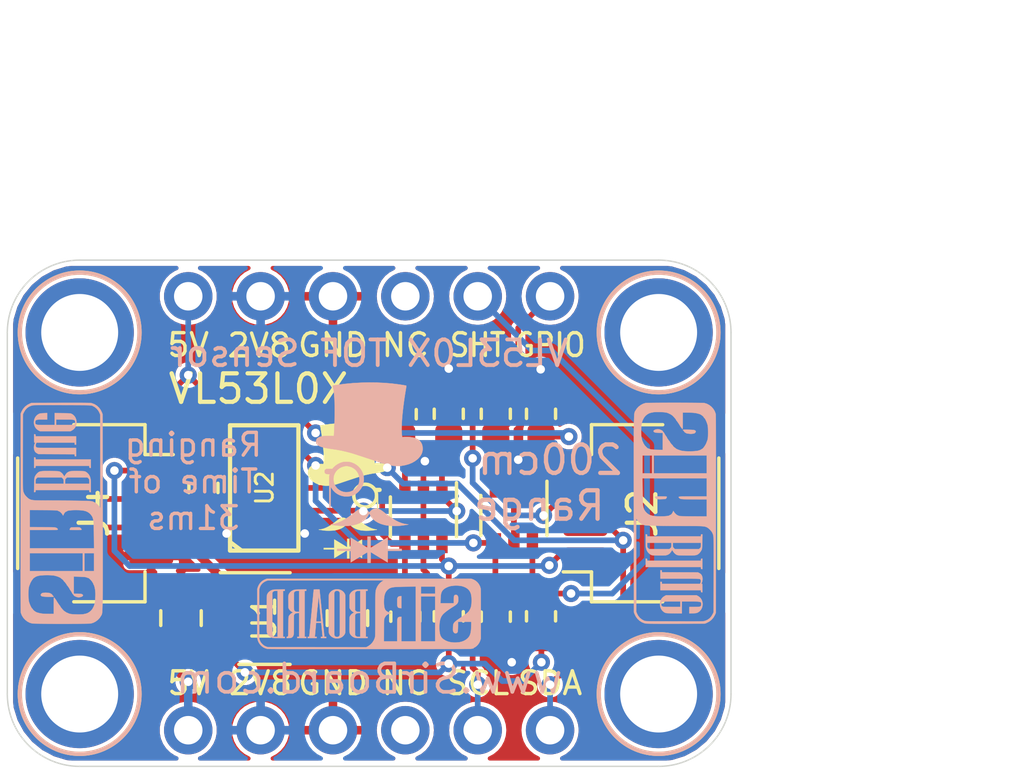
<source format=kicad_pcb>
(kicad_pcb (version 20171130) (host pcbnew "(5.1.2)-2")
  (title_block (title "VL53L0X Breakout with 5V Level Shift") (date 2020-03-12) (rev 1) (company SirBoard) (comment 1 "Up to 200cm (2m) measuring distance") (comment 2 "31ms Ranging time") (comment 3 "VL53L0X - SirBlue"))
  (layers (0 F.Cu signal) (31 B.Cu signal) (34 B.Paste user hide) (35 F.Paste user hide) (36 B.SilkS user) (37 F.SilkS user) (38 B.Mask user hide) (39 F.Mask user hide) (44 Edge.Cuts user))
  (net 0 "")
  (net 1 GND)
  (net 2 5V)
  (net 3 "Net-(U1-Pad4)")
  (net 4 SCL_5V)
  (net 5 SDA_5V)
  (net 6 NC)
  (net 7 2V8)
  (net 8 GPIO_2V8)
  (net 9 XSHUT_2V8)
  (net 10 "Net-(J3-Pad4)")
  (net 11 XSHUT_5V)
  (net 12 GPIO_5V)
  (net 13 SDA_2V8)
  (net 14 SCL_2V8)
  (net 15 "Net-(U2-Pad8)")
  (net 16 "Net-(C4-Pad1)")
  (module SirBoardLibrary:LGA-12-2.4X4.4 (layer F.Cu) (at 61.5949 35.0774 270)
    (fp_text reference U2 (at 0 -0.0128 90) (layer F.SilkS) (effects (font (size 0.6 0.6) (thickness 0.1))))
    (fp_text value VL53L0X)
    (pad 1 smd rect (at 1.89 0.675 270) (size 0.08 0.25) (layers F.Cu F.Paste F.Mask) (net 7 2V8))
    (pad 12 smd rect (at 1.6 0 270) (size 0.5 0.5) (layers F.Cu F.Paste F.Mask) (net 1 GND))
    (pad 11 smd rect (at 1.6 -0.8 270) (size 0.5 0.5) (layers F.Cu F.Paste F.Mask) (net 7 2V8))
    (pad 10 smd rect (at 0.8 -0.8 270) (size 0.5 0.5) (layers F.Cu F.Paste F.Mask) (net 14 SCL_2V8))
    (pad 9 smd rect (at 0 -0.8 270) (size 0.5 0.5) (layers F.Cu F.Paste F.Mask) (net 13 SDA_2V8))
    (pad 8 smd rect (at -0.8 -0.8 270) (size 0.5 0.5) (layers F.Cu F.Paste F.Mask) (net 15 "Net-(U2-Pad8)"))
    (pad 7 smd rect (at -1.6 -0.8 270) (size 0.5 0.5) (layers F.Cu F.Paste F.Mask) (net 8 GPIO_2V8))
    (pad 6 smd rect (at -1.6 0 270) (size 0.5 0.5) (layers F.Cu F.Paste F.Mask) (net 1 GND))
    (pad 5 smd rect (at -1.6 0.8 270) (size 0.5 0.5) (layers F.Cu F.Paste F.Mask) (net 9 XSHUT_2V8))
    (pad 4 smd rect (at -0.8 0.8 270) (size 0.5 0.5) (layers F.Cu F.Paste F.Mask) (net 1 GND))
    (pad 3 smd rect (at 0 0.8 270) (size 0.5 0.5) (layers F.Cu F.Paste F.Mask) (net 1 GND))
    (pad 2 smd rect (at 0.8 0.8 270) (size 0.5 0.5) (layers F.Cu F.Paste F.Mask) (net 1 GND))
    (pad 1 smd rect (at 1.6 0.8 270) (size 0.5 0.5) (layers F.Cu F.Paste F.Mask) (net 7 2V8))
  )
  (module logo:logo47x67 (layer F.Cu) (at 64.5414 35.179)
    (fp_text reference G*** hide)
    (fp_text value LOGO hide)
  )
  (module Package_TO_SOT_SMD:SOT-23-5 (layer F.Cu) (at 61.6028 39.6646)
    (fp_text reference U1 (at -0.0073 0.0035 90) (layer F.SilkS) (effects (font (size 0.8 0.8) (thickness 0.12))))
    (fp_text value AP2127K-2.8)
    (pad 5 smd rect (at 1.1 -0.95) (size 1.06 0.65) (layers F.Cu F.Paste F.Mask) (net 16 "Net-(C4-Pad1)"))
    (pad 4 smd rect (at 1.1 0.95) (size 1.06 0.65) (layers F.Cu F.Paste F.Mask) (net 3 "Net-(U1-Pad4)"))
    (pad 3 smd rect (at -1.1 0.95) (size 1.06 0.65) (layers F.Cu F.Paste F.Mask) (net 2 5V))
    (pad 2 smd rect (at -1.1 0) (size 1.06 0.65) (layers F.Cu F.Paste F.Mask) (net 1 GND))
    (pad 1 smd rect (at -1.1 -0.95) (size 1.06 0.65) (layers F.Cu F.Paste F.Mask) (net 2 5V))
  )
  (module Capacitor_SMD:C_0603_1608Metric (layer F.Cu) (at 59.4614 35.0774 90)
    (fp_text reference C2 hide)
    (fp_text value 100nF)
    (pad 2 smd roundrect (at 0.7875 0 90) (size 0.875 0.95) (layers F.Cu F.Paste F.Mask) (net 1 GND))
    (pad 1 smd roundrect (at -0.7875 0 90) (size 0.875 0.95) (layers F.Cu F.Paste F.Mask) (net 7 2V8))
  )
  (module Connector_PinHeader_2.54mm:PinHeader_1x06_P2.54mm_Vertical (layer B.Cu) (at 58.928 28.3464 270)
    (fp_text reference J3 hide)
    (fp_text value Conn_01x06)
    (pad 6 thru_hole oval (at 0 -12.7 270) (size 1.7 1.7) (drill 1) (layers *.Cu *.Mask) (net 12 GPIO_5V))
    (pad 5 thru_hole oval (at 0 -10.16 270) (size 1.7 1.7) (drill 1) (layers *.Cu *.Mask) (net 11 XSHUT_5V))
    (pad 4 thru_hole oval (at 0 -7.62 270) (size 1.7 1.7) (drill 1) (layers *.Cu *.Mask) (net 10 "Net-(J3-Pad4)"))
    (pad 3 thru_hole oval (at 0 -5.08 270) (size 1.7 1.7) (drill 1) (layers *.Cu *.Mask) (net 1 GND))
    (pad 2 thru_hole oval (at 0 -2.54 270) (size 1.7 1.7) (drill 1) (layers *.Cu *.Mask) (net 7 2V8))
    (pad 1 thru_hole circle (at 0 0 270) (size 1.7 1.7) (drill 1) (layers *.Cu *.Mask) (net 2 5V))
  )
  (module logo:SirBoard79x25 (layer B.Cu) (at 65.278 39.497 180)
    (fp_text reference G*** hide)
    (fp_text value LOGO hide)
  )
  (module logo:logo63x89 (layer B.Cu) (at 65.278 34.544 180)
    (fp_text reference G*** hide)
    (fp_text value LOGO hide)
  )
  (module logo:SirBlue78x29 (layer B.Cu) (at 76.0095 35.9664 270)
    (fp_text reference G*** hide)
    (fp_text value LOGO hide)
  )
  (module logo:SirBlue78x29 (layer B.Cu) (at 54.483 35.9664 90)
    (fp_text reference G*** hide)
    (fp_text value LOGO hide)
  )
  (module Connector_PinHeader_2.54mm:PinHeader_1x06_P2.54mm_Vertical (layer B.Cu) (at 58.928 43.5864 270)
    (fp_text reference J1 hide)
    (fp_text value Conn_01x06)
    (pad 6 thru_hole oval (at 0 -12.7 270) (size 1.7 1.7) (drill 1) (layers *.Cu *.Mask) (net 5 SDA_5V))
    (pad 5 thru_hole oval (at 0 -10.16 270) (size 1.7 1.7) (drill 1) (layers *.Cu *.Mask) (net 4 SCL_5V))
    (pad 4 thru_hole oval (at 0 -7.62 270) (size 1.7 1.7) (drill 1) (layers *.Cu *.Mask) (net 6 NC))
    (pad 3 thru_hole oval (at 0 -5.08 270) (size 1.7 1.7) (drill 1) (layers *.Cu *.Mask) (net 1 GND))
    (pad 2 thru_hole oval (at 0 -2.54 270) (size 1.7 1.7) (drill 1) (layers *.Cu *.Mask) (net 7 2V8))
    (pad 1 thru_hole circle (at 0 0 270) (size 1.7 1.7) (drill 1) (layers *.Cu *.Mask) (net 2 5V))
  )
  (module Connector_JST:JST_SH_SM04B-SRSS-TB_1x04-1MP_P1.00mm_Horizontal (layer F.Cu) (at 55.626 35.9664 270)
    (fp_text reference J4 (at 0 0 270) (layer F.SilkS))
    (fp_text value Conn_01x04)
    (pad MP smd roundrect (at 2.8 1.875 270) (size 1.2 1.8) (layers F.Cu F.Paste F.Mask) (roundrect_rratio 0.208333))
    (pad MP smd roundrect (at -2.8 1.875 270) (size 1.2 1.8) (layers F.Cu F.Paste F.Mask) (roundrect_rratio 0.208333))
    (pad 4 smd roundrect (at 1.5 -2 270) (size 0.6 1.55) (layers F.Cu F.Paste F.Mask) (net 1 GND))
    (pad 3 smd roundrect (at 0.5 -2 270) (size 0.6 1.55) (layers F.Cu F.Paste F.Mask) (net 2 5V))
    (pad 2 smd roundrect (at -0.5 -2 270) (size 0.6 1.55) (layers F.Cu F.Paste F.Mask) (net 5 SDA_5V))
    (pad 1 smd roundrect (at -1.5 -2 270) (size 0.6 1.55) (layers F.Cu F.Paste F.Mask) (net 4 SCL_5V))
  )
  (module Connector_JST:JST_SH_SM04B-SRSS-TB_1x04-1MP_P1.00mm_Horizontal (layer F.Cu) (at 74.8665 35.9664 90)
    (fp_text reference J2 (at 0 0 90) (layer F.SilkS))
    (fp_text value Conn_01x04)
    (pad MP smd roundrect (at 2.8 1.875 90) (size 1.2 1.8) (layers F.Cu F.Paste F.Mask) (roundrect_rratio 0.208333))
    (pad MP smd roundrect (at -2.8 1.875 90) (size 1.2 1.8) (layers F.Cu F.Paste F.Mask) (roundrect_rratio 0.208333))
    (pad 4 smd roundrect (at 1.5 -2 90) (size 0.6 1.55) (layers F.Cu F.Paste F.Mask) (net 1 GND))
    (pad 3 smd roundrect (at 0.5 -2 90) (size 0.6 1.55) (layers F.Cu F.Paste F.Mask) (net 2 5V))
    (pad 2 smd roundrect (at -0.5 -2 90) (size 0.6 1.55) (layers F.Cu F.Paste F.Mask) (net 5 SDA_5V))
    (pad 1 smd roundrect (at -1.5 -2 90) (size 0.6 1.55) (layers F.Cu F.Paste F.Mask) (net 4 SCL_5V))
  )
  (module Capacitor_SMD:C_0805_2012Metric (layer F.Cu) (at 64.516 39.6494 270)
    (fp_text reference C4 hide)
    (fp_text value 10uF)
    (pad 2 smd roundrect (at 0.9375 0 270) (size 0.975 1.4) (layers F.Cu F.Paste F.Mask) (net 1 GND))
    (pad 1 smd roundrect (at -0.9375 0 270) (size 0.975 1.4) (layers F.Cu F.Paste F.Mask) (net 16 "Net-(C4-Pad1)"))
  )
  (module Capacitor_SMD:C_0805_2012Metric (layer F.Cu) (at 58.674 39.6494 90)
    (fp_text reference C1 hide)
    (fp_text value 10uF)
    (pad 2 smd roundrect (at 0.9375 0 90) (size 0.975 1.4) (layers F.Cu F.Paste F.Mask) (net 1 GND))
    (pad 1 smd roundrect (at -0.9375 0 90) (size 0.975 1.4) (layers F.Cu F.Paste F.Mask) (net 2 5V))
  )
  (module SirBoardLibrary:MountingHole_M2.5_SirBoard (layer F.Cu) (at 55.118 42.3164 270)
    (fp_text reference H1 hide)
    (fp_text value MountingHole)
    (pad 1 thru_hole circle (at 0 0 270) (size 3.8 3.8) (drill 2.7) (layers *.Cu *.Mask))
  )
  (module SirBoardLibrary:MountingHole_M2.5_SirBoard (layer F.Cu) (at 55.118 29.6164 270)
    (fp_text reference H2 hide)
    (fp_text value MountingHole)
    (pad 1 thru_hole circle (at 0 0 270) (size 3.8 3.8) (drill 2.7) (layers *.Cu *.Mask))
  )
  (module SirBoardLibrary:MountingHole_M2.5_SirBoard (layer F.Cu) (at 75.438 42.3164 90)
    (fp_text reference H3 hide)
    (fp_text value MountingHole)
    (pad 1 thru_hole circle (at 0 0 90) (size 3.8 3.8) (drill 2.7) (layers *.Cu *.Mask))
  )
  (module SirBoardLibrary:MountingHole_M2.5_SirBoard (layer F.Cu) (at 75.438 29.6164 90)
    (fp_text reference H4 hide)
    (fp_text value MountingHole)
    (pad 1 thru_hole circle (at 0 0 90) (size 3.8 3.8) (drill 2.7) (layers *.Cu *.Mask))
  )
  (module Resistor_SMD:R_0603_1608Metric (layer F.Cu) (at 66.421 32.4866 270)
    (fp_text reference R8 hide)
    (fp_text value 10K)
    (pad 2 smd roundrect (at 0.7875 0 270) (size 0.875 0.95) (layers F.Cu F.Paste F.Mask) (net 5 SDA_5V))
    (pad 1 smd roundrect (at -0.7875 0 270) (size 0.875 0.95) (layers F.Cu F.Paste F.Mask) (net 2 5V))
  )
  (module Resistor_SMD:R_0603_1608Metric (layer F.Cu) (at 66.548 39.5986 270)
    (fp_text reference R7 hide)
    (fp_text value 10K)
    (pad 2 smd roundrect (at 0.7875 0 270) (size 0.875 0.95) (layers F.Cu F.Paste F.Mask) (net 7 2V8))
    (pad 1 smd roundrect (at -0.7875 0 270) (size 0.875 0.95) (layers F.Cu F.Paste F.Mask) (net 13 SDA_2V8))
  )
  (module Resistor_SMD:R_0603_1608Metric (layer F.Cu) (at 68.072 39.5859 90)
    (fp_text reference R6 hide)
    (fp_text value 10K)
    (pad 2 smd roundrect (at 0.7875 0 90) (size 0.875 0.95) (layers F.Cu F.Paste F.Mask) (net 4 SCL_5V))
    (pad 1 smd roundrect (at -0.7875 0 90) (size 0.875 0.95) (layers F.Cu F.Paste F.Mask) (net 2 5V))
  )
  (module Resistor_SMD:R_0603_1608Metric (layer F.Cu) (at 68.072 32.4739 90)
    (fp_text reference R5 hide)
    (fp_text value 10K)
    (pad 2 smd roundrect (at 0.7875 0 90) (size 0.875 0.95) (layers F.Cu F.Paste F.Mask) (net 7 2V8))
    (pad 1 smd roundrect (at -0.7875 0 90) (size 0.875 0.95) (layers F.Cu F.Paste F.Mask) (net 14 SCL_2V8))
  )
  (module Resistor_SMD:R_0603_1608Metric (layer F.Cu) (at 69.723 32.4739 270)
    (fp_text reference R4 hide)
    (fp_text value 10K)
    (pad 2 smd roundrect (at 0.7875 0 270) (size 0.875 0.95) (layers F.Cu F.Paste F.Mask) (net 12 GPIO_5V))
    (pad 1 smd roundrect (at -0.7875 0 270) (size 0.875 0.95) (layers F.Cu F.Paste F.Mask) (net 2 5V))
  )
  (module Resistor_SMD:R_0603_1608Metric (layer F.Cu) (at 69.723 39.5986 270)
    (fp_text reference R3 hide)
    (fp_text value 10K)
    (pad 2 smd roundrect (at 0.7875 0 270) (size 0.875 0.95) (layers F.Cu F.Paste F.Mask) (net 7 2V8))
    (pad 1 smd roundrect (at -0.7875 0 270) (size 0.875 0.95) (layers F.Cu F.Paste F.Mask) (net 8 GPIO_2V8))
  )
  (module Resistor_SMD:R_0603_1608Metric (layer F.Cu) (at 71.3105 39.5859 90)
    (fp_text reference R2 hide)
    (fp_text value 10K)
    (pad 2 smd roundrect (at 0.7875 0 90) (size 0.875 0.95) (layers F.Cu F.Paste F.Mask) (net 11 XSHUT_5V))
    (pad 1 smd roundrect (at -0.7875 0 90) (size 0.875 0.95) (layers F.Cu F.Paste F.Mask) (net 2 5V))
  )
  (module Resistor_SMD:R_0603_1608Metric (layer F.Cu) (at 71.3105 32.4739 90)
    (fp_text reference R1 hide)
    (fp_text value 10K)
    (pad 2 smd roundrect (at 0.7875 0 90) (size 0.875 0.95) (layers F.Cu F.Paste F.Mask) (net 7 2V8))
    (pad 1 smd roundrect (at -0.7875 0 90) (size 0.875 0.95) (layers F.Cu F.Paste F.Mask) (net 9 XSHUT_2V8))
  )
  (module Package_TO_SOT_SMD:SOT-363_SC-70-6 (layer F.Cu) (at 67.183 36.0934 270)
    (fp_text reference Q2 hide)
    (fp_text value BSS138DW)
    (pad 6 smd rect (at 0.95 -0.65 270) (size 0.65 0.4) (layers F.Cu F.Paste F.Mask) (net 4 SCL_5V))
    (pad 4 smd rect (at 0.95 0.65 270) (size 0.65 0.4) (layers F.Cu F.Paste F.Mask) (net 13 SDA_2V8))
    (pad 2 smd rect (at -0.95 0 270) (size 0.65 0.4) (layers F.Cu F.Paste F.Mask) (net 7 2V8))
    (pad 5 smd rect (at 0.95 0 270) (size 0.65 0.4) (layers F.Cu F.Paste F.Mask) (net 7 2V8))
    (pad 3 smd rect (at -0.95 0.65 270) (size 0.65 0.4) (layers F.Cu F.Paste F.Mask) (net 5 SDA_5V))
    (pad 1 smd rect (at -0.95 -0.65 270) (size 0.65 0.4) (layers F.Cu F.Paste F.Mask) (net 14 SCL_2V8))
  )
  (module Package_TO_SOT_SMD:SOT-363_SC-70-6 (layer F.Cu) (at 70.358 36.0426 270)
    (fp_text reference Q1 hide)
    (fp_text value BSS138DW)
    (pad 6 smd rect (at 0.95 -0.65 270) (size 0.65 0.4) (layers F.Cu F.Paste F.Mask) (net 11 XSHUT_5V))
    (pad 4 smd rect (at 0.95 0.65 270) (size 0.65 0.4) (layers F.Cu F.Paste F.Mask) (net 8 GPIO_2V8))
    (pad 2 smd rect (at -0.95 0 270) (size 0.65 0.4) (layers F.Cu F.Paste F.Mask) (net 7 2V8))
    (pad 5 smd rect (at 0.95 0 270) (size 0.65 0.4) (layers F.Cu F.Paste F.Mask) (net 7 2V8))
    (pad 3 smd rect (at -0.95 0.65 270) (size 0.65 0.4) (layers F.Cu F.Paste F.Mask) (net 12 GPIO_5V))
    (pad 1 smd rect (at -0.95 -0.65 270) (size 0.65 0.4) (layers F.Cu F.Paste F.Mask) (net 9 XSHUT_2V8))
  )
  (gr_text VL53L0X (at 61.3918 31.5976) (layer F.SilkS) (effects (font (size 1 1))))
  (gr_text SHT (at 69.088 30.0609) (layer F.SilkS) (effects (font (size 0.8 0.7) (thickness 0.12))))
  (gr_text "Ranging\nTime of\n31ms\n" (at 59.1058 34.8488) (layer B.SilkS) (effects (font (size 0.8 0.8) (thickness 0.12)) (justify mirror)))
  (gr_text "200cm \nRange" (at 71.247 34.8996) (layer B.SilkS) (effects (font (size 1 1)) (justify mirror)))
  (gr_text GPIO (at 71.628 30.0609) (layer F.SilkS) (effects (font (size 0.8 0.7) (thickness 0.12))))
  (gr_text 5V (at 58.928 30.0609) (layer F.SilkS) (effects (font (size 0.8 0.8) (thickness 0.12))))
  (gr_text 2V8 (at 61.4172 30.0736) (layer F.SilkS) (effects (font (size 0.8 0.8) (thickness 0.12))))
  (gr_text GND (at 64.008 30.0609) (layer F.SilkS) (effects (font (size 0.8 0.8) (thickness 0.12))))
  (gr_text NC (at 66.548 30.0609) (layer F.SilkS) (effects (font (size 0.8 0.8) (thickness 0.12))))
  (gr_text 5V (at 58.928 41.9354) (layer F.SilkS) (effects (font (size 0.8 0.8) (thickness 0.12))))
  (gr_text 2V8 (at 61.468 41.9354) (layer F.SilkS) (effects (font (size 0.8 0.8) (thickness 0.12))))
  (gr_text GND (at 64.008 41.9354) (layer F.SilkS) (effects (font (size 0.8 0.8) (thickness 0.12))))
  (gr_text NC (at 66.548 41.9354) (layer F.SilkS) (effects (font (size 0.8 0.8) (thickness 0.12))))
  (gr_text SCL (at 69.088 41.9354) (layer F.SilkS) (effects (font (size 0.8 0.8) (thickness 0.12))))
  (gr_text SDA (at 71.628 41.9354) (layer F.SilkS) (effects (font (size 0.8 0.8) (thickness 0.12))))
  (gr_arc (start 55.118 29.6164) (end 55.118 27.0764) (angle -90) (layer Edge.Cuts) (width 0.05))
  (gr_arc (start 75.438 29.6164) (end 77.978 29.6164) (angle -90) (layer Edge.Cuts) (width 0.05))
  (gr_arc (start 75.438 42.3164) (end 75.438 44.8564) (angle -90) (layer Edge.Cuts) (width 0.05))
  (gr_arc (start 55.118 42.3164) (end 52.578 42.3164) (angle -90) (layer Edge.Cuts) (width 0.05))
  (gr_line (start 52.578 42.3164) (end 52.578 29.6164) (layer Edge.Cuts) (width 0.05))
  (gr_line (start 55.118 27.0764) (end 75.438 27.0764) (layer Edge.Cuts) (width 0.05))
  (gr_line (start 77.978 29.6164) (end 77.978 42.3164) (layer Edge.Cuts) (width 0.05))
  (gr_line (start 75.438 44.8564) (end 55.118 44.8564) (layer Edge.Cuts) (width 0.05))
  (gr_text "VL53L0X TOF Sensor" (at 65.278 30.353) (layer B.SilkS) (effects (font (size 0.9 0.9) (thickness 0.135)) (justify mirror)))
  (gr_text www.SirBoard.com (at 65.278 41.783) (layer B.SilkS) (effects (font (size 1 1) (thickness 0.13)) (justify mirror)))
  (segment (start 58.674 40.5869) (end 58.674 41.6306) (width 0.3) (layer F.Cu) (net 2))
  (segment (start 58.928 41.8846) (end 58.928 41.8846) (width 0.3) (layer F.Cu) (net 2))
  (segment (start 58.674 41.6306) (end 58.928 41.8846) (width 0.3) (layer F.Cu) (net 2))
  (segment (start 58.928 41.8846) (end 58.928 43.5864) (width 0.3) (layer B.Cu) (net 2))
  (via (at 58.928 41.8846) (size 0.6) (drill 0.3) (layers F.Cu B.Cu) (net 2))
  (segment (start 60.4751 40.5869) (end 60.5028 40.6146) (width 0.3) (layer F.Cu) (net 2))
  (segment (start 58.674 40.5869) (end 60.4751 40.5869) (width 0.3) (layer F.Cu) (net 2))
  (segment (start 61.214 40.6146) (end 60.5028 40.6146) (width 0.3) (layer F.Cu) (net 2))
  (segment (start 61.595 40.2336) (end 61.214 40.6146) (width 0.3) (layer F.Cu) (net 2))
  (segment (start 61.595 39.1414) (end 61.595 40.2336) (width 0.3) (layer F.Cu) (net 2))
  (segment (start 60.5028 38.7146) (end 61.1682 38.7146) (width 0.3) (layer F.Cu) (net 2))
  (segment (start 61.1682 38.7146) (end 61.595 39.1414) (width 0.3) (layer F.Cu) (net 2))
  (segment (start 60.5028 38.6368) (end 60.5028 38.7146) (width 0.3) (layer F.Cu) (net 2))
  (segment (start 57.626 36.4664) (end 58.3324 36.4664) (width 0.3) (layer F.Cu) (net 2))
  (segment (start 58.3324 36.4664) (end 60.5028 38.6368) (width 0.3) (layer F.Cu) (net 2))
  (via (at 68.072 41.2496) (size 0.6) (drill 0.3) (layers F.Cu B.Cu) (net 2))
  (segment (start 68.072 40.3734) (end 68.072 41.2496) (width 0.2) (layer F.Cu) (net 2))
  (segment (start 68.072 41.2496) (end 69.342 41.2496) (width 0.2) (layer B.Cu) (net 2))
  (segment (start 69.342 41.2496) (end 69.9516 41.8592) (width 0.2) (layer B.Cu) (net 2))
  (via (at 71.3232 41.1988) (size 0.6) (drill 0.3) (layers F.Cu B.Cu) (net 2))
  (segment (start 69.9516 41.8592) (end 70.6628 41.8592) (width 0.2) (layer B.Cu) (net 2))
  (segment (start 70.6628 41.8592) (end 71.3232 41.1988) (width 0.2) (layer B.Cu) (net 2))
  (segment (start 71.3232 40.3861) (end 71.3105 40.3734) (width 0.2) (layer F.Cu) (net 2))
  (segment (start 71.3232 41.1988) (end 71.3232 40.3861) (width 0.2) (layer F.Cu) (net 2))
  (segment (start 60.5028 41.1396) (end 60.9176 41.5544) (width 0.2) (layer F.Cu) (net 2))
  (segment (start 60.5028 40.6146) (end 60.5028 41.1396) (width 0.2) (layer F.Cu) (net 2))
  (segment (start 67.7672 41.5544) (end 68.072 41.2496) (width 0.2) (layer B.Cu) (net 2))
  (segment (start 60.9176 41.5544) (end 67.7672 41.5544) (width 0.2) (layer B.Cu) (net 2))
  (segment (start 60.9176 41.5544) (end 60.9176 41.5544) (width 0.2) (layer F.Cu) (net 2))
  (via (at 60.9176 41.5544) (size 0.6) (drill 0.3) (layers F.Cu B.Cu) (net 2))
  (segment (start 69.7104 31.6864) (end 69.723 31.6864) (width 0.2) (layer F.Cu) (net 2))
  (segment (start 68.9102 32.4866) (end 69.7104 31.6864) (width 0.2) (layer F.Cu) (net 2))
  (segment (start 66.421 31.6991) (end 67.2085 32.4866) (width 0.2) (layer F.Cu) (net 2))
  (segment (start 67.2085 32.4866) (end 68.9102 32.4866) (width 0.2) (layer F.Cu) (net 2))
  (via (at 68.9102 34.036) (size 0.6) (drill 0.3) (layers F.Cu B.Cu) (net 2))
  (segment (start 68.9102 32.4866) (end 68.9102 34.036) (width 0.2) (layer F.Cu) (net 2))
  (via (at 71.3994 36.0426) (size 0.6) (drill 0.3) (layers F.Cu B.Cu) (net 2))
  (segment (start 71.9756 35.4664) (end 72.8665 35.4664) (width 0.2) (layer F.Cu) (net 2))
  (segment (start 71.3994 36.0426) (end 71.9756 35.4664) (width 0.2) (layer F.Cu) (net 2))
  (segment (start 70.0532 36.0426) (end 71.3994 36.0426) (width 0.2) (layer B.Cu) (net 2))
  (segment (start 68.9102 34.036) (end 68.9102 34.8996) (width 0.2) (layer B.Cu) (net 2))
  (segment (start 68.9102 34.8996) (end 70.0532 36.0426) (width 0.2) (layer B.Cu) (net 2))
  (segment (start 58.928 30.0482) (end 58.928 28.3464) (width 0.2) (layer B.Cu) (net 2))
  (segment (start 58.928 30.0482) (end 58.928 31.115) (width 0.2) (layer B.Cu) (net 2))
  (segment (start 58.928 31.115) (end 58.928 31.115) (width 0.2) (layer F.Cu) (net 2))
  (via (at 58.928 31.115) (size 0.6) (drill 0.3) (layers F.Cu B.Cu) (net 2))
  (segment (start 55.9482 36.4664) (end 57.626 36.4664) (width 0.2) (layer F.Cu) (net 2))
  (segment (start 55.245 35.7632) (end 55.9482 36.4664) (width 0.2) (layer F.Cu) (net 2))
  (segment (start 55.245 33.7312) (end 55.245 35.7632) (width 0.2) (layer F.Cu) (net 2))
  (segment (start 57.1754 31.8008) (end 55.245 33.7312) (width 0.2) (layer F.Cu) (net 2))
  (segment (start 58.928 31.115) (end 58.2422 31.8008) (width 0.2) (layer F.Cu) (net 2))
  (segment (start 58.2422 31.8008) (end 57.1754 31.8008) (width 0.2) (layer F.Cu) (net 2))
  (segment (start 66.3193 31.8008) (end 66.421 31.6991) (width 0.2) (layer F.Cu) (net 2))
  (segment (start 58.928 31.115) (end 59.6138 31.8008) (width 0.2) (layer F.Cu) (net 2))
  (segment (start 59.6138 31.8008) (end 66.3193 31.8008) (width 0.2) (layer F.Cu) (net 2))
  (segment (start 68.072 38.7984) (end 68.072 37.8206) (width 0.2) (layer F.Cu) (net 4))
  (segment (start 67.833 37.5816) (end 67.833 37.0434) (width 0.2) (layer F.Cu) (net 4))
  (segment (start 68.072 37.8206) (end 67.833 37.5816) (width 0.2) (layer F.Cu) (net 4))
  (segment (start 68.072 37.8206) (end 68.072 37.8206) (width 0.2) (layer F.Cu) (net 4))
  (via (at 68.072 37.8206) (size 0.6) (drill 0.3) (layers F.Cu B.Cu) (net 4))
  (segment (start 68.072 37.8206) (end 71.5772 37.8206) (width 0.2) (layer B.Cu) (net 4))
  (segment (start 71.5772 37.8206) (end 71.6026 37.7952) (width 0.2) (layer B.Cu) (net 4))
  (segment (start 71.902599 37.495201) (end 71.6026 37.7952) (width 0.2) (layer F.Cu) (net 4))
  (segment (start 71.9314 37.4664) (end 71.902599 37.495201) (width 0.2) (layer F.Cu) (net 4))
  (via (at 71.6026 37.7952) (size 0.6) (drill 0.3) (layers F.Cu B.Cu) (net 4))
  (segment (start 72.8665 37.4664) (end 71.9314 37.4664) (width 0.2) (layer F.Cu) (net 4))
  (via (at 69.088 41.986202) (size 0.6) (drill 0.3) (layers F.Cu B.Cu) (net 4))
  (segment (start 69.088 43.5864) (end 69.088 41.986202) (width 0.2) (layer B.Cu) (net 4))
  (segment (start 68.072 38.7984) (end 68.9102 39.6366) (width 0.2) (layer F.Cu) (net 4))
  (segment (start 68.9102 39.6366) (end 68.9102 41.384138) (width 0.2) (layer F.Cu) (net 4))
  (segment (start 68.9102 41.384138) (end 69.088 41.561938) (width 0.2) (layer F.Cu) (net 4))
  (segment (start 69.088 41.561938) (end 69.088 41.986202) (width 0.2) (layer F.Cu) (net 4))
  (segment (start 68.072 37.8206) (end 56.8706 37.8206) (width 0.2) (layer B.Cu) (net 4))
  (via (at 56.3372 34.4678) (size 0.6) (drill 0.3) (layers F.Cu B.Cu) (net 4))
  (segment (start 56.8706 37.8206) (end 56.3372 37.2872) (width 0.2) (layer B.Cu) (net 4))
  (segment (start 56.3372 37.2872) (end 56.3372 34.4678) (width 0.2) (layer B.Cu) (net 4))
  (segment (start 57.6246 34.4678) (end 57.626 34.4664) (width 0.2) (layer F.Cu) (net 4))
  (segment (start 56.3372 34.4678) (end 57.6246 34.4678) (width 0.2) (layer F.Cu) (net 4))
  (segment (start 66.533 34.2496) (end 66.533 35.1434) (width 0.2) (layer F.Cu) (net 5))
  (segment (start 66.421 33.2741) (end 66.421 34.1376) (width 0.2) (layer F.Cu) (net 5))
  (segment (start 66.421 34.1376) (end 66.533 34.2496) (width 0.2) (layer F.Cu) (net 5))
  (via (at 71.628 41.986198) (size 0.6) (drill 0.3) (layers F.Cu B.Cu) (net 5))
  (segment (start 71.628 43.5864) (end 71.628 41.986198) (width 0.2) (layer B.Cu) (net 5))
  (segment (start 71.927999 41.686199) (end 71.628 41.986198) (width 0.2) (layer F.Cu) (net 5))
  (segment (start 74.1934 39.420798) (end 71.927999 41.686199) (width 0.2) (layer F.Cu) (net 5))
  (segment (start 74.1934 36.9183) (end 74.1934 39.420798) (width 0.2) (layer F.Cu) (net 5))
  (segment (start 72.8665 36.4664) (end 73.7415 36.4664) (width 0.2) (layer F.Cu) (net 5))
  (segment (start 73.7415 36.4664) (end 74.1934 36.9183) (width 0.2) (layer F.Cu) (net 5))
  (segment (start 57.626 35.4664) (end 55.9642 35.4664) (width 0.2) (layer F.Cu) (net 5))
  (segment (start 55.9642 35.4664) (end 55.6768 35.179) (width 0.2) (layer F.Cu) (net 5))
  (segment (start 55.6768 35.179) (end 55.6768 33.909) (width 0.2) (layer F.Cu) (net 5))
  (segment (start 55.6768 33.909) (end 57.3278 32.258) (width 0.2) (layer F.Cu) (net 5))
  (segment (start 65.4049 32.258) (end 66.421 33.2741) (width 0.2) (layer F.Cu) (net 5))
  (segment (start 57.3278 32.258) (end 65.4049 32.258) (width 0.2) (layer F.Cu) (net 5))
  (via (at 65.913 34.3662) (size 0.6) (drill 0.3) (layers F.Cu B.Cu) (net 5))
  (segment (start 66.421 34.1376) (end 66.1416 34.1376) (width 0.2) (layer F.Cu) (net 5))
  (segment (start 66.1416 34.1376) (end 65.913 34.3662) (width 0.2) (layer F.Cu) (net 5))
  (segment (start 65.913 34.3662) (end 66.4718 34.925) (width 0.2) (layer B.Cu) (net 5))
  (segment (start 66.4718 34.925) (end 68.3768 34.925) (width 0.2) (layer B.Cu) (net 5))
  (via (at 74.1934 36.9183) (size 0.6) (drill 0.3) (layers F.Cu B.Cu) (net 5))
  (segment (start 68.3768 34.925) (end 70.3701 36.9183) (width 0.2) (layer B.Cu) (net 5))
  (segment (start 70.3701 36.9183) (end 74.1934 36.9183) (width 0.2) (layer B.Cu) (net 5))
  (via (at 70.5104 34.0868) (size 0.6) (drill 0.3) (layers F.Cu B.Cu) (net 7))
  (segment (start 70.358 35.0926) (end 70.358 34.2392) (width 0.2) (layer F.Cu) (net 7))
  (segment (start 70.358 34.2392) (end 70.5104 34.0868) (width 0.2) (layer F.Cu) (net 7))
  (segment (start 67.183 35.1434) (end 67.183 37.0434) (width 0.2) (layer F.Cu) (net 7))
  (segment (start 70.358 36.9926) (end 70.358 35.0926) (width 0.2) (layer F.Cu) (net 7))
  (via (at 67.2338 34.1376) (size 0.6) (drill 0.3) (layers F.Cu B.Cu) (net 7))
  (segment (start 67.183 35.1434) (end 67.183 34.1884) (width 0.2) (layer F.Cu) (net 7))
  (segment (start 67.183 34.1884) (end 67.2338 34.1376) (width 0.2) (layer F.Cu) (net 7))
  (segment (start 60.2739 36.6774) (end 60.795 36.6774) (width 0.2) (layer F.Cu) (net 7))
  (segment (start 59.4614 35.8649) (end 60.2739 36.6774) (width 0.2) (layer F.Cu) (net 7))
  (segment (start 60.8096 36.8066) (end 60.9346 36.9316) (width 0.127) (layer F.Cu) (net 7))
  (segment (start 60.795 36.6774) (end 60.795 36.8424) (width 0.127) (layer F.Cu) (net 7))
  (segment (start 60.2739 36.6774) (end 60.2739 36.6774) (width 0.2) (layer F.Cu) (net 7))
  (via (at 60.2739 36.6774) (size 0.6) (drill 0.3) (layers F.Cu B.Cu) (net 7))
  (via (at 63.0174 36.6776) (size 0.6) (drill 0.3) (layers F.Cu B.Cu) (net 7))
  (segment (start 62.395 36.6774) (end 63.0172 36.6774) (width 0.2) (layer F.Cu) (net 7))
  (segment (start 63.0172 36.6774) (end 63.0174 36.6776) (width 0.2) (layer F.Cu) (net 7))
  (via (at 71.2978 30.9118) (size 0.6) (drill 0.3) (layers F.Cu B.Cu) (net 7))
  (segment (start 71.3105 31.6864) (end 71.3105 30.9245) (width 0.2) (layer F.Cu) (net 7))
  (segment (start 71.3105 30.9245) (end 71.2978 30.9118) (width 0.2) (layer F.Cu) (net 7))
  (segment (start 66.548 40.3861) (end 67.31 39.6241) (width 0.2) (layer F.Cu) (net 7))
  (segment (start 67.31 39.6241) (end 67.31 38.0746) (width 0.2) (layer F.Cu) (net 7))
  (segment (start 67.183 37.9476) (end 67.183 37.0434) (width 0.2) (layer F.Cu) (net 7))
  (segment (start 67.31 38.0746) (end 67.183 37.9476) (width 0.2) (layer F.Cu) (net 7))
  (via (at 70.2818 41.1988) (size 0.6) (drill 0.3) (layers F.Cu B.Cu) (net 7))
  (segment (start 69.723 40.3861) (end 69.723 40.64) (width 0.2) (layer F.Cu) (net 7))
  (segment (start 69.723 40.64) (end 70.2818 41.1988) (width 0.2) (layer F.Cu) (net 7))
  (via (at 68.072 30.8864) (size 0.6) (drill 0.3) (layers F.Cu B.Cu) (net 7))
  (segment (start 68.072 31.6864) (end 68.072 30.8864) (width 0.2) (layer F.Cu) (net 7))
  (segment (start 69.708 38.7961) (end 69.723 38.8111) (width 0.2) (layer F.Cu) (net 8))
  (segment (start 69.708 36.9926) (end 69.708 38.7961) (width 0.2) (layer F.Cu) (net 8))
  (via (at 63.3984 34.29) (size 0.6) (drill 0.3) (layers F.Cu B.Cu) (net 8))
  (segment (start 62.395 33.4774) (end 62.5858 33.4774) (width 0.2) (layer F.Cu) (net 8))
  (segment (start 62.5858 33.4774) (end 63.3984 34.29) (width 0.2) (layer F.Cu) (net 8))
  (segment (start 63.3984 34.29) (end 63.3984 35.5346) (width 0.2) (layer B.Cu) (net 8))
  (via (at 68.9356 37.0078) (size 0.6) (drill 0.3) (layers F.Cu B.Cu) (net 8))
  (segment (start 63.3984 35.5346) (end 64.8716 37.0078) (width 0.2) (layer B.Cu) (net 8))
  (segment (start 64.8716 37.0078) (end 68.9356 37.0078) (width 0.2) (layer B.Cu) (net 8))
  (segment (start 69.6928 37.0078) (end 69.708 36.9926) (width 0.2) (layer F.Cu) (net 8))
  (segment (start 68.9356 37.0078) (end 69.6928 37.0078) (width 0.2) (layer F.Cu) (net 8))
  (segment (start 71.3105 34.2651) (end 71.3105 33.2614) (width 0.2) (layer F.Cu) (net 9))
  (segment (start 71.008 35.0926) (end 71.008 34.5676) (width 0.2) (layer F.Cu) (net 9))
  (segment (start 71.008 34.5676) (end 71.3105 34.2651) (width 0.2) (layer F.Cu) (net 9))
  (segment (start 60.795 33.0274) (end 61.1072 32.7152) (width 0.2) (layer F.Cu) (net 9))
  (segment (start 60.795 33.4774) (end 60.795 33.0274) (width 0.2) (layer F.Cu) (net 9))
  (via (at 63.3984 33.147) (size 0.6) (drill 0.3) (layers F.Cu B.Cu) (net 9))
  (segment (start 61.1072 32.7152) (end 62.9666 32.7152) (width 0.2) (layer F.Cu) (net 9))
  (segment (start 62.9666 32.7152) (end 63.3984 33.147) (width 0.2) (layer F.Cu) (net 9))
  (via (at 72.2884 33.274) (size 0.6) (drill 0.3) (layers F.Cu B.Cu) (net 9))
  (segment (start 63.3984 33.147) (end 72.1614 33.147) (width 0.2) (layer B.Cu) (net 9))
  (segment (start 72.1614 33.147) (end 72.2884 33.274) (width 0.2) (layer B.Cu) (net 9))
  (segment (start 71.3231 33.274) (end 71.3105 33.2614) (width 0.2) (layer F.Cu) (net 9))
  (segment (start 72.2884 33.274) (end 71.3231 33.274) (width 0.2) (layer F.Cu) (net 9))
  (segment (start 69.088 28.3464) (end 70.993 30.2514) (width 0.2) (layer B.Cu) (net 11))
  (segment (start 70.993 30.2514) (end 71.6788 30.2514) (width 0.2) (layer B.Cu) (net 11))
  (segment (start 71.6788 30.2514) (end 75.0316 33.6042) (width 0.2) (layer B.Cu) (net 11))
  (segment (start 75.0316 33.6042) (end 75.0316 37.5666) (width 0.2) (layer B.Cu) (net 11))
  (via (at 72.3646 38.7858) (size 0.6) (drill 0.3) (layers F.Cu B.Cu) (net 11))
  (segment (start 75.0316 37.5666) (end 73.8124 38.7858) (width 0.2) (layer B.Cu) (net 11))
  (segment (start 73.8124 38.7858) (end 72.3646 38.7858) (width 0.2) (layer B.Cu) (net 11))
  (segment (start 71.3231 38.7858) (end 71.3105 38.7984) (width 0.2) (layer F.Cu) (net 11))
  (segment (start 72.3646 38.7858) (end 71.3231 38.7858) (width 0.2) (layer F.Cu) (net 11))
  (segment (start 71.008 38.4959) (end 71.3105 38.7984) (width 0.2) (layer F.Cu) (net 11))
  (segment (start 71.008 36.9926) (end 71.008 38.4959) (width 0.2) (layer F.Cu) (net 11))
  (segment (start 69.708 33.2764) (end 69.723 33.2614) (width 0.2) (layer F.Cu) (net 12))
  (segment (start 69.708 35.0926) (end 69.708 33.2764) (width 0.2) (layer F.Cu) (net 12))
  (segment (start 69.723 33.2614) (end 70.5104 32.474) (width 0.2) (layer F.Cu) (net 12))
  (segment (start 70.5104 29.464) (end 71.628 28.3464) (width 0.2) (layer F.Cu) (net 12))
  (segment (start 70.5104 32.474) (end 70.5104 29.464) (width 0.2) (layer F.Cu) (net 12))
  (segment (start 66.533 38.7961) (end 66.548 38.8111) (width 0.2) (layer F.Cu) (net 13))
  (segment (start 66.533 37.0434) (end 66.533 38.7961) (width 0.2) (layer F.Cu) (net 13))
  (segment (start 66.0756 37.0434) (end 66.533 37.0434) (width 0.2) (layer F.Cu) (net 13))
  (segment (start 65.7352 36.703) (end 66.0756 37.0434) (width 0.2) (layer F.Cu) (net 13))
  (segment (start 65.7352 35.5854) (end 65.7352 36.703) (width 0.2) (layer F.Cu) (net 13))
  (segment (start 62.395 35.0774) (end 65.2272 35.0774) (width 0.2) (layer F.Cu) (net 13))
  (segment (start 65.2272 35.0774) (end 65.7352 35.5854) (width 0.2) (layer F.Cu) (net 13))
  (segment (start 68.072 34.1376) (end 68.072 33.2614) (width 0.2) (layer F.Cu) (net 14))
  (segment (start 67.833 35.1434) (end 67.833 34.3766) (width 0.2) (layer F.Cu) (net 14))
  (segment (start 67.833 34.3766) (end 68.072 34.1376) (width 0.2) (layer F.Cu) (net 14))
  (via (at 68.3514 35.8902) (size 0.6) (drill 0.3) (layers F.Cu B.Cu) (net 14))
  (segment (start 67.833 35.1434) (end 67.833 35.3718) (width 0.2) (layer F.Cu) (net 14))
  (segment (start 67.833 35.3718) (end 68.3514 35.8902) (width 0.2) (layer F.Cu) (net 14))
  (via (at 65.074802 35.8902) (size 0.6) (drill 0.3) (layers F.Cu B.Cu) (net 14))
  (segment (start 68.3514 35.8902) (end 65.074802 35.8902) (width 0.2) (layer B.Cu) (net 14))
  (segment (start 62.395 35.8774) (end 65.062002 35.8774) (width 0.2) (layer F.Cu) (net 14))
  (segment (start 65.062002 35.8774) (end 65.074802 35.8902) (width 0.2) (layer F.Cu) (net 14))
  (segment (start 64.5133 38.7146) (end 64.516 38.7119) (width 0.3) (layer F.Cu) (net 16))
  (segment (start 62.7028 38.7146) (end 64.5133 38.7146) (width 0.3) (layer F.Cu) (net 16))
  (zone (net 7) (net_name 2V8) (layer B.Cu) (connect_pads (clearance 0.15)) (min_thickness 0.15) (fill yes (arc_segments 32) (thermal_gap 0.2) (thermal_bridge_width 0.3))
    (polygon (pts (xy 52.7812 27.2796) (xy 77.7748 27.2796) (xy 77.7748 44.6532) (xy 52.7812 44.6532)))
  )
  (zone (net 1) (net_name GND) (layer F.Cu) (connect_pads (clearance 0.15)) (min_thickness 0.15) (fill yes (arc_segments 32) (thermal_gap 0.2) (thermal_bridge_width 0.3))
    (polygon (pts (xy 52.7812 27.2796) (xy 77.7748 27.2796) (xy 77.7748 44.6532) (xy 52.7812 44.6532)))
  )
)
</source>
